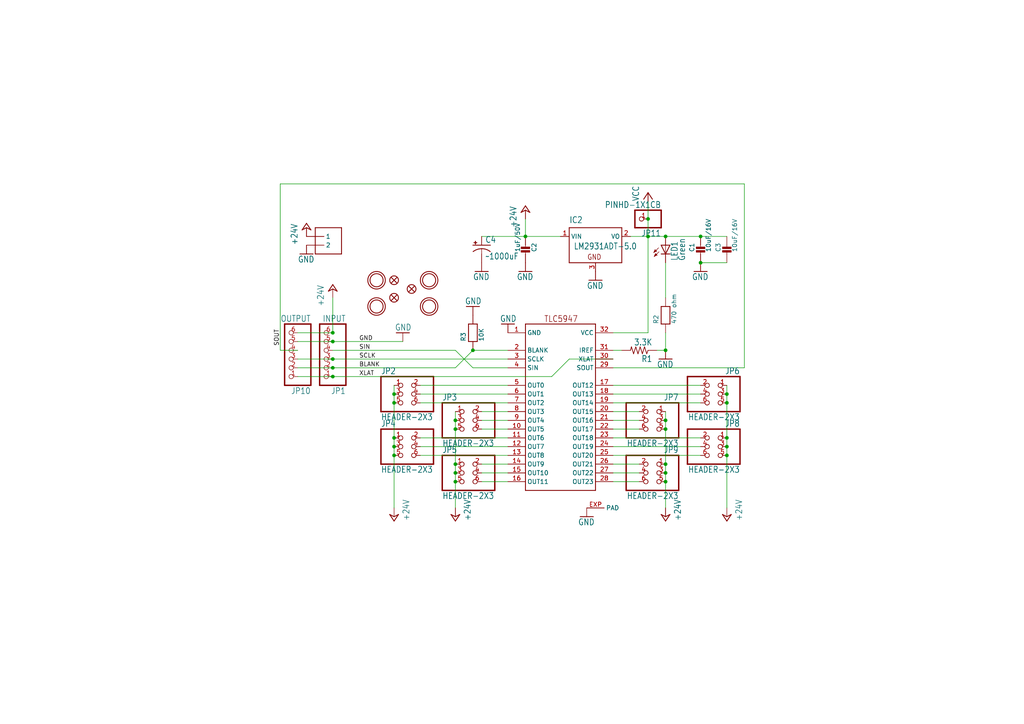
<source format=kicad_sch>
(kicad_sch (version 20211123) (generator eeschema)
  (paper "A4")
  (lib_symbols
    (symbol "eagleSchem-eagle-import:+24V" (power)
      (property "Value" "+24V" (at -2.54 -5.08 90))
      (symbol "+24V_1_0"
        (polyline (pts (xy 0 0) (xy -1.27 -0.635)) (stroke (width 0.254)))
        (polyline (pts (xy 0 1.27) (xy -1.27 -0.635)) (stroke (width 0.254)))
        (polyline (pts (xy 1.27 -0.635) (xy 0 0)) (stroke (width 0.254)))
        (polyline (pts (xy 1.27 -0.635) (xy 0 1.27)) (stroke (width 0.254)))
        (pin power_in line (at 0 -2.54 90) (length 2.54) (name "+24V") (number "1"))
      )
    )
    (symbol "eagleSchem-eagle-import:1X2-3.5MM"
      (symbol "1X2-3.5MM_1_0"
        (polyline (pts (xy -2.54 -2.54) (xy 5.08 -2.54)) (stroke (width 0.254)))
        (polyline (pts (xy -2.54 5.08) (xy -2.54 -2.54)) (stroke (width 0.254)))
        (polyline (pts (xy 5.08 -2.54) (xy 5.08 5.08)) (stroke (width 0.254)))
        (polyline (pts (xy 5.08 5.08) (xy -2.54 5.08)) (stroke (width 0.254)))
        (pin passive line (at -5.08 2.54 0) (length 5.08) (name "1") (number "1"))
        (pin passive line (at -5.08 0 0) (length 5.08) (name "2") (number "2"))
      )
    )
    (symbol "eagleSchem-eagle-import:CAP_CERAMIC0805"
      (property "Reference" "C" (at -1.79 0.54 90))
      (property "Value" "CAP_CERAMIC0805" (at 3 0.54 90))
      (symbol "CAP_CERAMIC0805_1_0"
        (rectangle (start -1.27 0.508) (end 1.27 1.016) (fill (type outline)))
        (rectangle (start -1.27 1.524) (end 1.27 2.032) (fill (type outline)))
        (polyline (pts (xy 0 0.762) (xy 0 0)) (stroke (width 0.1524)))
        (polyline (pts (xy 0 2.54) (xy 0 1.778)) (stroke (width 0.1524)))
        (pin passive line (at 0 5.08 270) (length 2.54) (name "P$1") (number "1"))
        (pin passive line (at 0 -2.54 90) (length 2.54) (name "P$2") (number "2"))
      )
    )
    (symbol "eagleSchem-eagle-import:CPOL-USE3.5-8"
      (property "Reference" "C" (at 1.016 0.635 0))
      (property "Value" "CPOL-USE3.5-8" (at 1.016 -4.191 0))
      (symbol "CPOL-USE3.5-8_1_0"
        (rectangle (start -2.253 0.668) (end -1.364 0.795) (fill (type outline)))
        (rectangle (start -1.872 0.287) (end -1.745 1.176) (fill (type outline)))
        (arc (start 0 -1.0161) (mid -1.3021 -1.2302) (end -2.4669 -1.8504) (stroke (width 0.254)))
        (polyline (pts (xy -2.54 0) (xy 2.54 0)) (stroke (width 0.254)))
        (polyline (pts (xy 0 -1.016) (xy 0 -2.54)) (stroke (width 0.1524)))
        (arc (start 2.4892 -1.8542) (mid 1.3158 -1.2195) (end 0 -1) (stroke (width 0.254)))
        (pin passive line (at 0 2.54 270) (length 2.54) (name "+") (number "+"))
        (pin passive line (at 0 -5.08 90) (length 2.54) (name "-") (number "-"))
      )
    )
    (symbol "eagleSchem-eagle-import:FIDUCIAL{dblquote}{dblquote}"
      (symbol "FIDUCIAL{dblquote}{dblquote}_1_0"
        (polyline (pts (xy -0.762 0.762) (xy 0.762 -0.762)) (stroke (width 0.254)))
        (polyline (pts (xy 0.762 0.762) (xy -0.762 -0.762)) (stroke (width 0.254)))
        (circle (center 0 0) (radius 1.27) (stroke (width 0.254)))
      )
    )
    (symbol "eagleSchem-eagle-import:FLIPFLOP-RES"
      (property "Reference" "R" (at -3.81 1.4986 0))
      (property "Value" "FLIPFLOP-RES" (at -3.81 -3.302 0))
      (symbol "FLIPFLOP-RES_1_0"
        (polyline (pts (xy -2.54 0) (xy -2.159 1.016)) (stroke (width 0.2032)))
        (polyline (pts (xy -2.159 1.016) (xy -1.524 -1.016)) (stroke (width 0.2032)))
        (polyline (pts (xy -1.524 -1.016) (xy -0.889 1.016)) (stroke (width 0.2032)))
        (polyline (pts (xy -0.889 1.016) (xy -0.254 -1.016)) (stroke (width 0.2032)))
        (polyline (pts (xy -0.254 -1.016) (xy 0.381 1.016)) (stroke (width 0.2032)))
        (polyline (pts (xy 0.381 1.016) (xy 1.016 -1.016)) (stroke (width 0.2032)))
        (polyline (pts (xy 1.016 -1.016) (xy 1.651 1.016)) (stroke (width 0.2032)))
        (polyline (pts (xy 1.651 1.016) (xy 2.286 -1.016)) (stroke (width 0.2032)))
        (polyline (pts (xy 2.286 -1.016) (xy 2.54 0)) (stroke (width 0.2032)))
        (pin passive line (at -5.08 0 0) (length 2.54) (name "1") (number "1"))
        (pin passive line (at 5.08 0 180) (length 2.54) (name "2") (number "2"))
      )
    )
    (symbol "eagleSchem-eagle-import:GND" (power)
      (property "Value" "GND" (at -2.54 -2.54 0))
      (symbol "GND_1_0"
        (polyline (pts (xy -1.905 0) (xy 1.905 0)) (stroke (width 0.254)))
        (pin power_in line (at 0 2.54 270) (length 2.54) (name "GND") (number "1"))
      )
    )
    (symbol "eagleSchem-eagle-import:HEADER-2X3"
      (property "Reference" "JP" (at -8.89 5.715 0))
      (property "Value" "HEADER-2X3" (at -8.89 -7.62 0))
      (symbol "HEADER-2X3_1_0"
        (polyline (pts (xy -8.89 -5.08) (xy 6.35 -5.08)) (stroke (width 0.4064)))
        (polyline (pts (xy -8.89 5.08) (xy -8.89 -5.08)) (stroke (width 0.4064)))
        (polyline (pts (xy 6.35 -5.08) (xy 6.35 5.08)) (stroke (width 0.4064)))
        (polyline (pts (xy 6.35 5.08) (xy -8.89 5.08)) (stroke (width 0.4064)))
        (pin passive inverted (at -5.08 2.54 0) (length 2.54) (name "1") (number "1"))
        (pin passive inverted (at 2.54 2.54 180) (length 2.54) (name "2") (number "2"))
        (pin passive inverted (at -5.08 0 0) (length 2.54) (name "3") (number "3"))
        (pin passive inverted (at 2.54 0 180) (length 2.54) (name "4") (number "4"))
        (pin passive inverted (at -5.08 -2.54 0) (length 2.54) (name "5") (number "5"))
        (pin passive inverted (at 2.54 -2.54 180) (length 2.54) (name "6") (number "6"))
      )
    )
    (symbol "eagleSchem-eagle-import:LEDCHIP-LED0805"
      (property "Reference" "LED" (at 3.556 -4.572 90))
      (property "Value" "LEDCHIP-LED0805" (at 5.715 -4.572 90))
      (symbol "LEDCHIP-LED0805_1_0"
        (polyline (pts (xy -2.032 -0.762) (xy -3.429 -2.159)) (stroke (width 0.1524)))
        (polyline (pts (xy -1.905 -1.905) (xy -3.302 -3.302)) (stroke (width 0.1524)))
        (polyline (pts (xy 0 -2.54) (xy -1.27 -2.54)) (stroke (width 0.254)))
        (polyline (pts (xy 0 -2.54) (xy -1.27 0)) (stroke (width 0.254)))
        (polyline (pts (xy 0 0) (xy -1.27 0)) (stroke (width 0.254)))
        (polyline (pts (xy 0 0) (xy 0 -2.54)) (stroke (width 0.1524)))
        (polyline (pts (xy 1.27 -2.54) (xy 0 -2.54)) (stroke (width 0.254)))
        (polyline (pts (xy 1.27 0) (xy 0 -2.54)) (stroke (width 0.254)))
        (polyline (pts (xy 1.27 0) (xy 0 0)) (stroke (width 0.254)))
        (polyline (pts (xy -3.429 -2.159) (xy -3.048 -1.27) (xy -2.54 -1.778)) (fill (type outline)))
        (polyline (pts (xy -3.302 -3.302) (xy -2.921 -2.413) (xy -2.413 -2.921)) (fill (type outline)))
        (pin passive line (at 0 2.54 270) (length 2.54) (name "A") (number "A"))
        (pin passive line (at 0 -5.08 90) (length 2.54) (name "C") (number "C"))
      )
    )
    (symbol "eagleSchem-eagle-import:LM2936?DT"
      (property "Reference" "IC" (at -7.62 6.35 0))
      (property "Value" "LM2936?DT" (at -6.35 -1.27 0))
      (symbol "LM2936?DT_1_0"
        (polyline (pts (xy -7.62 -5.08) (xy -7.62 5.08)) (stroke (width 0.254)))
        (polyline (pts (xy -7.62 5.08) (xy 7.62 5.08)) (stroke (width 0.254)))
        (polyline (pts (xy 7.62 -5.08) (xy -7.62 -5.08)) (stroke (width 0.254)))
        (polyline (pts (xy 7.62 5.08) (xy 7.62 -5.08)) (stroke (width 0.254)))
        (text "GND" (at -2.413 -4.318 0) (effects (font (size 1.524 1.2954)) (justify left bottom)))
        (pin input line (at -10.16 2.54 0) (length 2.54) (name "VIN") (number "1"))
        (pin passive line (at 10.16 2.54 180) (length 2.54) (name "VO") (number "2"))
        (pin passive line (at 0 -7.62 90) (length 2.54) (name "GND") (number "3"))
      )
    )
    (symbol "eagleSchem-eagle-import:MOUNTINGHOLE2.5"
      (symbol "MOUNTINGHOLE2.5_1_0"
        (circle (center 0 0) (radius 1.905) (stroke (width 0.254)))
        (circle (center 0 0) (radius 2.54) (stroke (width 0.254)))
      )
    )
    (symbol "eagleSchem-eagle-import:PINHD-1X1CB"
      (property "Reference" "JP" (at -6.35 3.175 0))
      (property "Value" "PINHD-1X1CB" (at -6.35 -5.08 0))
      (symbol "PINHD-1X1CB_1_0"
        (polyline (pts (xy -6.35 -2.54) (xy 1.27 -2.54)) (stroke (width 0.4064)))
        (polyline (pts (xy -6.35 2.54) (xy -6.35 -2.54)) (stroke (width 0.4064)))
        (polyline (pts (xy 1.27 -2.54) (xy 1.27 2.54)) (stroke (width 0.4064)))
        (polyline (pts (xy 1.27 2.54) (xy -6.35 2.54)) (stroke (width 0.4064)))
        (pin passive inverted (at -2.54 0 0) (length 2.54) (name "1") (number "1"))
      )
    )
    (symbol "eagleSchem-eagle-import:PINHD-1X6CB"
      (property "Reference" "JP" (at -6.35 10.795 0))
      (property "Value" "PINHD-1X6CB" (at -6.35 -10.16 0))
      (symbol "PINHD-1X6CB_1_0"
        (polyline (pts (xy -6.35 -7.62) (xy 1.27 -7.62)) (stroke (width 0.4064)))
        (polyline (pts (xy -6.35 10.16) (xy -6.35 -7.62)) (stroke (width 0.4064)))
        (polyline (pts (xy 1.27 -7.62) (xy 1.27 10.16)) (stroke (width 0.4064)))
        (polyline (pts (xy 1.27 10.16) (xy -6.35 10.16)) (stroke (width 0.4064)))
        (pin passive inverted (at -2.54 7.62 0) (length 2.54) (name "1") (number "1"))
        (pin passive inverted (at -2.54 5.08 0) (length 2.54) (name "2") (number "2"))
        (pin passive inverted (at -2.54 2.54 0) (length 2.54) (name "3") (number "3"))
        (pin passive inverted (at -2.54 0 0) (length 2.54) (name "4") (number "4"))
        (pin passive inverted (at -2.54 -2.54 0) (length 2.54) (name "5") (number "5"))
        (pin passive inverted (at -2.54 -5.08 0) (length 2.54) (name "6") (number "6"))
      )
    )
    (symbol "eagleSchem-eagle-import:RESISTOR0805"
      (property "Reference" "R" (at -2.54 2.032 0))
      (property "Value" "RESISTOR0805" (at -2.54 -3.175 0))
      (symbol "RESISTOR0805_1_0"
        (polyline (pts (xy -2.54 -1.27) (xy -2.54 1.27)) (stroke (width 0.254)))
        (polyline (pts (xy -2.54 1.27) (xy 2.54 1.27)) (stroke (width 0.254)))
        (polyline (pts (xy 2.54 -1.27) (xy -2.54 -1.27)) (stroke (width 0.254)))
        (polyline (pts (xy 2.54 1.27) (xy 2.54 -1.27)) (stroke (width 0.254)))
        (pin passive line (at -5.08 0 0) (length 2.54) (name "1") (number "1"))
        (pin passive line (at 5.08 0 180) (length 2.54) (name "2") (number "2"))
      )
    )
    (symbol "eagleSchem-eagle-import:TLC5947-DAP"
      (symbol "TLC5947-DAP_1_0"
        (polyline (pts (xy -10.16 -25.4) (xy -10.16 22.86)) (stroke (width 0.254)))
        (polyline (pts (xy -10.16 22.86) (xy 10.16 22.86)) (stroke (width 0.254)))
        (polyline (pts (xy 10.16 -25.4) (xy -10.16 -25.4)) (stroke (width 0.254)))
        (polyline (pts (xy 10.16 22.86) (xy 10.16 -25.4)) (stroke (width 0.254)))
        (text "TLC5947" (at 5.08 25.4 0) (effects (font (size 1.778 1.5113)) (justify right top)))
        (pin power_in line (at -15.24 20.32 0) (length 5.08) (name "GND") (number "1"))
        (pin open_collector line (at -15.24 -7.62 0) (length 5.08) (name "OUT5") (number "10"))
        (pin open_collector line (at -15.24 -10.16 0) (length 5.08) (name "OUT6") (number "11"))
        (pin open_collector line (at -15.24 -12.7 0) (length 5.08) (name "OUT7") (number "12"))
        (pin open_collector line (at -15.24 -15.24 0) (length 5.08) (name "OUT8") (number "13"))
        (pin open_collector line (at -15.24 -17.78 0) (length 5.08) (name "OUT9") (number "14"))
        (pin open_collector line (at -15.24 -20.32 0) (length 5.08) (name "OUT10") (number "15"))
        (pin open_collector line (at -15.24 -22.86 0) (length 5.08) (name "OUT11") (number "16"))
        (pin open_collector line (at 15.24 5.08 180) (length 5.08) (name "OUT12") (number "17"))
        (pin open_collector line (at 15.24 2.54 180) (length 5.08) (name "OUT13") (number "18"))
        (pin open_collector line (at 15.24 0 180) (length 5.08) (name "OUT14") (number "19"))
        (pin input line (at -15.24 15.24 0) (length 5.08) (name "BLANK") (number "2"))
        (pin open_collector line (at 15.24 -2.54 180) (length 5.08) (name "OUT15") (number "20"))
        (pin open_collector line (at 15.24 -5.08 180) (length 5.08) (name "OUT16") (number "21"))
        (pin open_collector line (at 15.24 -7.62 180) (length 5.08) (name "OUT17") (number "22"))
        (pin open_collector line (at 15.24 -10.16 180) (length 5.08) (name "OUT18") (number "23"))
        (pin open_collector line (at 15.24 -12.7 180) (length 5.08) (name "OUT19") (number "24"))
        (pin open_collector line (at 15.24 -15.24 180) (length 5.08) (name "OUT20") (number "25"))
        (pin open_collector line (at 15.24 -17.78 180) (length 5.08) (name "OUT21") (number "26"))
        (pin open_collector line (at 15.24 -20.32 180) (length 5.08) (name "OUT22") (number "27"))
        (pin open_collector line (at 15.24 -22.86 180) (length 5.08) (name "OUT23") (number "28"))
        (pin output line (at 15.24 10.16 180) (length 5.08) (name "SOUT") (number "29"))
        (pin input line (at -15.24 12.7 0) (length 5.08) (name "SCLK") (number "3"))
        (pin input line (at 15.24 12.7 180) (length 5.08) (name "XLAT") (number "30"))
        (pin bidirectional line (at 15.24 15.24 180) (length 5.08) (name "IREF") (number "31"))
        (pin power_in line (at 15.24 20.32 180) (length 5.08) (name "VCC") (number "32"))
        (pin input line (at -15.24 10.16 0) (length 5.08) (name "SIN") (number "4"))
        (pin open_collector line (at -15.24 5.08 0) (length 5.08) (name "OUT0") (number "5"))
        (pin open_collector line (at -15.24 2.54 0) (length 5.08) (name "OUT1") (number "6"))
        (pin open_collector line (at -15.24 0 0) (length 5.08) (name "OUT2") (number "7"))
        (pin open_collector line (at -15.24 -2.54 0) (length 5.08) (name "OUT3") (number "8"))
        (pin open_collector line (at -15.24 -5.08 0) (length 5.08) (name "OUT4") (number "9"))
      )
      (symbol "TLC5947-DAP_2_0"
        (pin passive line (at -5.08 0 0) (length 5.08) (name "PAD") (number "EXP"))
      )
    )
    (symbol "eagleSchem-eagle-import:VCC" (power)
      (property "Value" "VCC" (at -2.54 -2.54 90))
      (symbol "VCC_1_0"
        (polyline (pts (xy 0 0) (xy -1.27 -1.905)) (stroke (width 0.254)))
        (polyline (pts (xy 1.27 -1.905) (xy 0 0)) (stroke (width 0.254)))
        (pin power_in line (at 0 -2.54 90) (length 2.54) (name "VCC") (number "1"))
      )
    )
  )
  (junction (at 132.08 124.46))
  (junction (at 114.3 129.54))
  (junction (at 203.2 68.58))
  (junction (at 96.52 109.22))
  (junction (at 210.82 129.54))
  (junction (at 193.04 124.46))
  (junction (at 193.04 68.58))
  (junction (at 210.82 127))
  (junction (at 96.52 104.14))
  (junction (at 114.3 116.84))
  (junction (at 152.4 68.58))
  (junction (at 193.04 121.92))
  (junction (at 193.04 101.6))
  (junction (at 203.2 76.2))
  (junction (at 132.08 137.16))
  (junction (at 193.04 139.7))
  (junction (at 132.08 121.92))
  (junction (at 96.52 99.06))
  (junction (at 210.82 114.3))
  (junction (at 96.52 106.68))
  (junction (at 193.04 137.16))
  (junction (at 114.3 132.08))
  (junction (at 187.96 63.5))
  (junction (at 210.82 132.08))
  (junction (at 114.3 114.3))
  (junction (at 132.08 139.7))
  (junction (at 193.04 134.62))
  (junction (at 137.16 101.6))
  (junction (at 132.08 134.62))
  (junction (at 187.96 68.58))
  (junction (at 96.52 96.52))
  (junction (at 210.82 116.84))
  (junction (at 114.3 127))
  (wire (pts (xy 139.7 124.46) (xy 147.32 124.46)))
  (wire (pts (xy 132.08 137.16) (xy 132.08 139.7)))
  (wire (pts (xy 203.2 68.58) (xy 210.82 68.58)))
  (wire (pts (xy 121.92 116.84) (xy 147.32 116.84)))
  (wire (pts (xy 86.36 96.52) (xy 96.52 96.52)))
  (wire (pts (xy 139.7 119.38) (xy 147.32 119.38)))
  (wire (pts (xy 185.42 139.7) (xy 177.8 139.7)))
  (wire (pts (xy 210.82 129.54) (xy 210.82 132.08)))
  (wire (pts (xy 96.52 106.68) (xy 132.08 106.68)))
  (wire (pts (xy 210.82 132.08) (xy 210.82 147.32)))
  (wire (pts (xy 203.2 76.2) (xy 210.82 76.2)))
  (wire (pts (xy 185.42 119.38) (xy 177.8 119.38)))
  (wire (pts (xy 193.04 147.32) (xy 193.04 139.7)))
  (wire (pts (xy 86.36 101.6) (xy 81.28 101.6)))
  (wire (pts (xy 96.52 99.06) (xy 116.84 99.06)))
  (wire (pts (xy 152.4 68.58) (xy 162.56 68.58)))
  (wire (pts (xy 210.82 116.84) (xy 210.82 127)))
  (wire (pts (xy 193.04 124.46) (xy 193.04 121.92)))
  (wire (pts (xy 187.96 96.52) (xy 187.96 68.58)))
  (wire (pts (xy 139.7 121.92) (xy 147.32 121.92)))
  (wire (pts (xy 96.52 106.68) (xy 86.36 106.68)))
  (wire (pts (xy 203.2 111.76) (xy 177.8 111.76)))
  (wire (pts (xy 121.92 114.3) (xy 147.32 114.3)))
  (wire (pts (xy 210.82 127) (xy 210.82 129.54)))
  (wire (pts (xy 177.8 96.52) (xy 187.96 96.52)))
  (wire (pts (xy 96.52 104.14) (xy 86.36 104.14)))
  (wire (pts (xy 132.08 101.6) (xy 96.52 101.6)))
  (wire (pts (xy 187.96 63.5) (xy 187.96 68.58)))
  (wire (pts (xy 203.2 132.08) (xy 177.8 132.08)))
  (wire (pts (xy 139.7 137.16) (xy 147.32 137.16)))
  (wire (pts (xy 203.2 116.84) (xy 177.8 116.84)))
  (wire (pts (xy 121.92 132.08) (xy 147.32 132.08)))
  (wire (pts (xy 193.04 96.52) (xy 193.04 101.6)))
  (wire (pts (xy 137.16 106.68) (xy 132.08 101.6)))
  (wire (pts (xy 185.42 124.46) (xy 177.8 124.46)))
  (wire (pts (xy 193.04 68.58) (xy 203.2 68.58)))
  (wire (pts (xy 114.3 129.54) (xy 114.3 132.08)))
  (wire (pts (xy 114.3 111.76) (xy 114.3 114.3)))
  (wire (pts (xy 215.9 106.68) (xy 215.9 53.34)))
  (wire (pts (xy 187.96 58.42) (xy 187.96 63.5)))
  (wire (pts (xy 132.08 124.46) (xy 132.08 134.62)))
  (wire (pts (xy 203.2 129.54) (xy 177.8 129.54)))
  (wire (pts (xy 203.2 127) (xy 177.8 127)))
  (wire (pts (xy 187.96 68.58) (xy 182.88 68.58)))
  (wire (pts (xy 165.1 104.14) (xy 177.8 104.14)))
  (wire (pts (xy 81.28 53.34) (xy 81.28 101.6)))
  (wire (pts (xy 147.32 106.68) (xy 137.16 106.68)))
  (wire (pts (xy 185.42 134.62) (xy 177.8 134.62)))
  (wire (pts (xy 177.8 101.6) (xy 180.34 101.6)))
  (wire (pts (xy 96.52 86.36) (xy 96.52 96.52)))
  (wire (pts (xy 137.16 101.6) (xy 147.32 101.6)))
  (wire (pts (xy 139.7 134.62) (xy 147.32 134.62)))
  (wire (pts (xy 132.08 134.62) (xy 132.08 137.16)))
  (wire (pts (xy 132.08 119.38) (xy 132.08 121.92)))
  (wire (pts (xy 193.04 137.16) (xy 193.04 134.62)))
  (wire (pts (xy 177.8 106.68) (xy 215.9 106.68)))
  (wire (pts (xy 210.82 111.76) (xy 210.82 114.3)))
  (wire (pts (xy 152.4 63.5) (xy 152.4 68.58)))
  (wire (pts (xy 139.7 139.7) (xy 147.32 139.7)))
  (wire (pts (xy 121.92 129.54) (xy 147.32 129.54)))
  (wire (pts (xy 187.96 68.58) (xy 193.04 68.58)))
  (wire (pts (xy 215.9 53.34) (xy 81.28 53.34)))
  (wire (pts (xy 185.42 121.92) (xy 177.8 121.92)))
  (wire (pts (xy 185.42 137.16) (xy 177.8 137.16)))
  (wire (pts (xy 114.3 127) (xy 114.3 129.54)))
  (wire (pts (xy 96.52 109.22) (xy 160.02 109.22)))
  (wire (pts (xy 210.82 114.3) (xy 210.82 116.84)))
  (wire (pts (xy 114.3 116.84) (xy 114.3 127)))
  (wire (pts (xy 86.36 109.22) (xy 96.52 109.22)))
  (wire (pts (xy 193.04 101.6) (xy 190.5 101.6)))
  (wire (pts (xy 86.36 99.06) (xy 96.52 99.06)))
  (wire (pts (xy 160.02 109.22) (xy 165.1 104.14)))
  (wire (pts (xy 147.32 104.14) (xy 96.52 104.14)))
  (wire (pts (xy 121.92 127) (xy 147.32 127)))
  (wire (pts (xy 114.3 114.3) (xy 114.3 116.84)))
  (wire (pts (xy 193.04 76.2) (xy 193.04 86.36)))
  (wire (pts (xy 132.08 121.92) (xy 132.08 124.46)))
  (wire (pts (xy 193.04 134.62) (xy 193.04 124.46)))
  (wire (pts (xy 132.08 106.68) (xy 137.16 101.6)))
  (wire (pts (xy 193.04 121.92) (xy 193.04 119.38)))
  (wire (pts (xy 139.7 68.58) (xy 152.4 68.58)))
  (wire (pts (xy 114.3 132.08) (xy 114.3 147.32)))
  (wire (pts (xy 132.08 139.7) (xy 132.08 147.32)))
  (wire (pts (xy 203.2 114.3) (xy 177.8 114.3)))
  (wire (pts (xy 193.04 139.7) (xy 193.04 137.16)))
  (wire (pts (xy 121.92 111.76) (xy 147.32 111.76)))
  (label "SIN" (at 104.14 101.6 0) (effects (font (size 1.2446 1.2446))))
  (label "GND" (at 104.14 99.06 0) (effects (font (size 1.2446 1.2446))))
  (label "BLANK" (at 104.14 106.68 0) (effects (font (size 1.2446 1.2446))))
  (label "SOUT" (at 81.28 100.33 90) (effects (font (size 1.2446 1.2446))))
  (label "SCLK" (at 104.14 104.14 0) (effects (font (size 1.2446 1.2446))))
  (label "XLAT" (at 104.14 109.22 0) (effects (font (size 1.2446 1.2446))))
  (symbol (lib_id "eagleSchem-eagle-import:+24V") (at 210.82 149.86 180) (unit 1)
    (property "Reference" "#P+5" (effects hide))
    (property "Value" "+24V" (at 213.36 144.78 90) (effects (font (size 1.778 1.5113)) (justify left bottom)))
    (property "Footprint" "eagleSchem:" (effects hide))
  )
  (symbol (lib_id "eagleSchem-eagle-import:HEADER-2X3") (at 137.16 137.16 0) (unit 1)
    (property "Reference" "JP5" (at 128.27 131.445 0) (effects (font (size 1.778 1.5113)) (justify left bottom)))
    (property "Value" "HEADER-2X3" (at 128.27 144.78 0) (effects (font (size 1.778 1.5113)) (justify left bottom)))
    (property "Footprint" "eagleSchem:2X03_ROUND_70MIL" (effects hide))
  )
  (symbol (lib_id "eagleSchem-eagle-import:MOUNTINGHOLE2.5") (at 124.46 88.9 0) (unit 1)
    (property "Reference" "U$4" (effects hide))
    (property "Value" "MOUNTINGHOLE2.5" (effects hide))
    (property "Footprint" "eagleSchem:MOUNTINGHOLE_2.5_PLATED" (effects hide))
  )
  (symbol (lib_id "eagleSchem-eagle-import:MOUNTINGHOLE2.5") (at 109.22 88.9 0) (unit 1)
    (property "Reference" "U$3" (effects hide))
    (property "Value" "MOUNTINGHOLE2.5" (effects hide))
    (property "Footprint" "eagleSchem:MOUNTINGHOLE_2.5_PLATED" (effects hide))
  )
  (symbol (lib_id "eagleSchem-eagle-import:GND") (at 172.72 81.28 0) (unit 1)
    (property "Reference" "#GND3" (effects hide))
    (property "Value" "GND" (at 170.18 83.82 0) (effects (font (size 1.778 1.5113)) (justify left bottom)))
    (property "Footprint" "eagleSchem:" (effects hide))
  )
  (symbol (lib_id "eagleSchem-eagle-import:HEADER-2X3") (at 187.96 137.16 0) (mirror y) (unit 1)
    (property "Reference" "JP9" (at 196.85 131.445 0) (effects (font (size 1.778 1.5113)) (justify left bottom)))
    (property "Value" "HEADER-2X3" (at 196.85 144.78 0) (effects (font (size 1.778 1.5113)) (justify left bottom)))
    (property "Footprint" "eagleSchem:2X03_ROUND_70MIL" (effects hide))
  )
  (symbol (lib_id "eagleSchem-eagle-import:FIDUCIAL{dblquote}{dblquote}") (at 114.3 86.36 0) (unit 1)
    (property "Reference" "FID2" (effects hide))
    (property "Value" "FIDUCIAL{dblquote}{dblquote}" (effects hide))
    (property "Footprint" "eagleSchem:FIDUCIAL_1MM" (effects hide))
  )
  (symbol (lib_id "eagleSchem-eagle-import:+24V") (at 88.9 66.04 0) (unit 1)
    (property "Reference" "#P+8" (effects hide))
    (property "Value" "+24V" (at 86.36 71.12 90) (effects (font (size 1.778 1.5113)) (justify left bottom)))
    (property "Footprint" "eagleSchem:" (effects hide))
  )
  (symbol (lib_id "eagleSchem-eagle-import:HEADER-2X3") (at 205.74 114.3 0) (mirror y) (unit 1)
    (property "Reference" "JP6" (at 214.63 108.585 0) (effects (font (size 1.778 1.5113)) (justify left bottom)))
    (property "Value" "HEADER-2X3" (at 214.63 121.92 0) (effects (font (size 1.778 1.5113)) (justify left bottom)))
    (property "Footprint" "eagleSchem:2X03_ROUND_70MIL" (effects hide))
  )
  (symbol (lib_id "eagleSchem-eagle-import:CAP_CERAMIC0805") (at 203.2 73.66 0) (unit 1)
    (property "Reference" "C1" (at 201.41 73.12 90) (effects (justify left bottom)))
    (property "Value" "10uF/16V" (at 206.2 73.12 90) (effects (justify left bottom)))
    (property "Footprint" "eagleSchem:0805" (effects hide))
  )
  (symbol (lib_id "eagleSchem-eagle-import:GND") (at 170.18 149.86 0) (unit 1)
    (property "Reference" "#GND7" (effects hide))
    (property "Value" "GND" (at 167.64 152.4 0) (effects (font (size 1.778 1.5113)) (justify left bottom)))
    (property "Footprint" "eagleSchem:" (effects hide))
  )
  (symbol (lib_id "eagleSchem-eagle-import:+24V") (at 193.04 149.86 180) (unit 1)
    (property "Reference" "#P+2" (effects hide))
    (property "Value" "+24V" (at 195.58 144.78 90) (effects (font (size 1.778 1.5113)) (justify left bottom)))
    (property "Footprint" "eagleSchem:" (effects hide))
  )
  (symbol (lib_id "eagleSchem-eagle-import:FIDUCIAL{dblquote}{dblquote}") (at 114.3 81.28 0) (unit 1)
    (property "Reference" "FID1" (effects hide))
    (property "Value" "FIDUCIAL{dblquote}{dblquote}" (effects hide))
    (property "Footprint" "eagleSchem:FIDUCIAL_1MM" (effects hide))
  )
  (symbol (lib_id "eagleSchem-eagle-import:GND") (at 116.84 96.52 180) (unit 1)
    (property "Reference" "#GND10" (effects hide))
    (property "Value" "GND" (at 119.38 93.98 0) (effects (font (size 1.778 1.5113)) (justify left bottom)))
    (property "Footprint" "eagleSchem:" (effects hide))
  )
  (symbol (lib_id "eagleSchem-eagle-import:HEADER-2X3") (at 137.16 121.92 0) (unit 1)
    (property "Reference" "JP3" (at 128.27 116.205 0) (effects (font (size 1.778 1.5113)) (justify left bottom)))
    (property "Value" "HEADER-2X3" (at 128.27 129.54 0) (effects (font (size 1.778 1.5113)) (justify left bottom)))
    (property "Footprint" "eagleSchem:2X03_ROUND_70MIL" (effects hide))
  )
  (symbol (lib_id "eagleSchem-eagle-import:HEADER-2X3") (at 205.74 129.54 0) (mirror y) (unit 1)
    (property "Reference" "JP8" (at 214.63 123.825 0) (effects (font (size 1.778 1.5113)) (justify left bottom)))
    (property "Value" "HEADER-2X3" (at 214.63 137.16 0) (effects (font (size 1.778 1.5113)) (justify left bottom)))
    (property "Footprint" "eagleSchem:2X03_ROUND_70MIL" (effects hide))
  )
  (symbol (lib_id "eagleSchem-eagle-import:GND") (at 152.4 78.74 0) (unit 1)
    (property "Reference" "#GND4" (effects hide))
    (property "Value" "GND" (at 149.86 81.28 0) (effects (font (size 1.778 1.5113)) (justify left bottom)))
    (property "Footprint" "eagleSchem:" (effects hide))
  )
  (symbol (lib_id "eagleSchem-eagle-import:GND") (at 147.32 93.98 180) (unit 1)
    (property "Reference" "#GND2" (effects hide))
    (property "Value" "GND" (at 149.86 91.44 0) (effects (font (size 1.778 1.5113)) (justify left bottom)))
    (property "Footprint" "eagleSchem:" (effects hide))
  )
  (symbol (lib_id "eagleSchem-eagle-import:LEDCHIP-LED0805") (at 193.04 71.12 0) (unit 1)
    (property "Reference" "LED1" (at 196.596 75.692 90) (effects (font (size 1.778 1.5113)) (justify left bottom)))
    (property "Value" "Green" (at 198.755 75.692 90) (effects (font (size 1.778 1.5113)) (justify left bottom)))
    (property "Footprint" "eagleSchem:CHIP-LED0805" (effects hide))
  )
  (symbol (lib_id "eagleSchem-eagle-import:GND") (at 139.7 78.74 0) (unit 1)
    (property "Reference" "#GND6" (effects hide))
    (property "Value" "GND" (at 137.16 81.28 0) (effects (font (size 1.778 1.5113)) (justify left bottom)))
    (property "Footprint" "eagleSchem:" (effects hide))
  )
  (symbol (lib_id "eagleSchem-eagle-import:TLC5947-DAP") (at 162.56 116.84 0) (unit 1)
    (property "Reference" "IC1" (effects hide))
    (property "Value" "TLC5947-DAP" (effects hide))
    (property "Footprint" "eagleSchem:HTSSOP32DAP" (effects hide))
  )
  (symbol (lib_id "eagleSchem-eagle-import:HEADER-2X3") (at 187.96 121.92 0) (mirror y) (unit 1)
    (property "Reference" "JP7" (at 196.85 116.205 0) (effects (font (size 1.778 1.5113)) (justify left bottom)))
    (property "Value" "HEADER-2X3" (at 196.85 129.54 0) (effects (font (size 1.778 1.5113)) (justify left bottom)))
    (property "Footprint" "eagleSchem:2X03_ROUND_70MIL" (effects hide))
  )
  (symbol (lib_id "eagleSchem-eagle-import:RESISTOR0805") (at 137.16 96.52 90) (unit 1)
    (property "Reference" "R3" (at 135.128 99.06 0) (effects (justify left bottom)))
    (property "Value" "10K" (at 140.335 99.06 0) (effects (justify left bottom)))
    (property "Footprint" "eagleSchem:0805" (effects hide))
  )
  (symbol (lib_id "eagleSchem-eagle-import:TLC5947-DAP") (at 175.26 147.32 0) (unit 2)
    (property "Reference" "IC1" (effects hide))
    (property "Value" "TLC5947-DAP" (effects hide))
    (property "Footprint" "eagleSchem:HTSSOP32DAP" (effects hide))
  )
  (symbol (lib_id "eagleSchem-eagle-import:GND") (at 88.9 73.66 0) (unit 1)
    (property "Reference" "#GND9" (effects hide))
    (property "Value" "GND" (at 86.36 76.2 0) (effects (font (size 1.778 1.5113)) (justify left bottom)))
    (property "Footprint" "eagleSchem:" (effects hide))
  )
  (symbol (lib_id "eagleSchem-eagle-import:FIDUCIAL{dblquote}{dblquote}") (at 119.38 83.82 0) (unit 1)
    (property "Reference" "FID3" (effects hide))
    (property "Value" "FIDUCIAL{dblquote}{dblquote}" (effects hide))
    (property "Footprint" "eagleSchem:FIDUCIAL_1MM" (effects hide))
  )
  (symbol (lib_id "eagleSchem-eagle-import:FLIPFLOP-RES") (at 185.42 101.6 180) (unit 1)
    (property "Reference" "R1" (at 189.23 103.0986 0) (effects (font (size 1.778 1.5113)) (justify left bottom)))
    (property "Value" "3.3K" (at 189.23 98.298 0) (effects (font (size 1.778 1.5113)) (justify left bottom)))
    (property "Footprint" "eagleSchem:0805-THM" (effects hide))
  )
  (symbol (lib_id "eagleSchem-eagle-import:HEADER-2X3") (at 119.38 114.3 0) (unit 1)
    (property "Reference" "JP2" (at 110.49 108.585 0) (effects (font (size 1.778 1.5113)) (justify left bottom)))
    (property "Value" "HEADER-2X3" (at 110.49 121.92 0) (effects (font (size 1.778 1.5113)) (justify left bottom)))
    (property "Footprint" "eagleSchem:2X03_ROUND_70MIL" (effects hide))
  )
  (symbol (lib_id "eagleSchem-eagle-import:GND") (at 203.2 78.74 0) (unit 1)
    (property "Reference" "#GND5" (effects hide))
    (property "Value" "GND" (at 200.66 81.28 0) (effects (font (size 1.778 1.5113)) (justify left bottom)))
    (property "Footprint" "eagleSchem:" (effects hide))
  )
  (symbol (lib_id "eagleSchem-eagle-import:1X2-3.5MM") (at 93.98 71.12 0) (unit 1)
    (property "Reference" "J1" (effects hide))
    (property "Value" "1X2-3.5MM" (effects hide))
    (property "Footprint" "eagleSchem:1X2-3.5MM" (effects hide))
  )
  (symbol (lib_id "eagleSchem-eagle-import:CAP_CERAMIC0805") (at 152.4 73.66 0) (mirror y) (unit 1)
    (property "Reference" "C2" (at 154.19 73.12 90) (effects (justify left bottom)))
    (property "Value" "1uF/50V" (at 149.4 73.12 90) (effects (justify left bottom)))
    (property "Footprint" "eagleSchem:0805" (effects hide))
  )
  (symbol (lib_id "eagleSchem-eagle-import:GND") (at 137.16 88.9 180) (unit 1)
    (property "Reference" "#GND8" (effects hide))
    (property "Value" "GND" (at 139.7 86.36 0) (effects (font (size 1.778 1.5113)) (justify left bottom)))
    (property "Footprint" "eagleSchem:" (effects hide))
  )
  (symbol (lib_id "eagleSchem-eagle-import:HEADER-2X3") (at 119.38 129.54 0) (unit 1)
    (property "Reference" "JP4" (at 110.49 123.825 0) (effects (font (size 1.778 1.5113)) (justify left bottom)))
    (property "Value" "HEADER-2X3" (at 110.49 137.16 0) (effects (font (size 1.778 1.5113)) (justify left bottom)))
    (property "Footprint" "eagleSchem:2X03_ROUND_70MIL" (effects hide))
  )
  (symbol (lib_id "eagleSchem-eagle-import:MOUNTINGHOLE2.5") (at 124.46 81.28 0) (unit 1)
    (property "Reference" "U$2" (effects hide))
    (property "Value" "MOUNTINGHOLE2.5" (effects hide))
    (property "Footprint" "eagleSchem:MOUNTINGHOLE_2.5_PLATED" (effects hide))
  )
  (symbol (lib_id "eagleSchem-eagle-import:MOUNTINGHOLE2.5") (at 109.22 81.28 0) (unit 1)
    (property "Reference" "U$1" (effects hide))
    (property "Value" "MOUNTINGHOLE2.5" (effects hide))
    (property "Footprint" "eagleSchem:MOUNTINGHOLE_2.5_PLATED" (effects hide))
  )
  (symbol (lib_id "eagleSchem-eagle-import:+24V") (at 96.52 83.82 0) (unit 1)
    (property "Reference" "#P+6" (effects hide))
    (property "Value" "+24V" (at 93.98 88.9 90) (effects (font (size 1.778 1.5113)) (justify left bottom)))
    (property "Footprint" "eagleSchem:" (effects hide))
  )
  (symbol (lib_id "eagleSchem-eagle-import:CAP_CERAMIC0805") (at 210.82 73.66 0) (unit 1)
    (property "Reference" "C3" (at 209.03 73.12 90) (effects (justify left bottom)))
    (property "Value" "10uF/16V" (at 213.82 73.12 90) (effects (justify left bottom)))
    (property "Footprint" "eagleSchem:0805" (effects hide))
  )
  (symbol (lib_id "eagleSchem-eagle-import:+24V") (at 152.4 60.96 0) (unit 1)
    (property "Reference" "#P+7" (effects hide))
    (property "Value" "+24V" (at 149.86 66.04 90) (effects (font (size 1.778 1.5113)) (justify left bottom)))
    (property "Footprint" "eagleSchem:" (effects hide))
  )
  (symbol (lib_id "eagleSchem-eagle-import:RESISTOR0805") (at 193.04 91.44 90) (unit 1)
    (property "Reference" "R2" (at 191.008 93.98 0) (effects (justify left bottom)))
    (property "Value" "470 ohm" (at 196.215 93.98 0) (effects (justify left bottom)))
    (property "Footprint" "eagleSchem:0805" (effects hide))
  )
  (symbol (lib_id "eagleSchem-eagle-import:+24V") (at 114.3 149.86 180) (unit 1)
    (property "Reference" "#P+4" (effects hide))
    (property "Value" "+24V" (at 116.84 144.78 90) (effects (font (size 1.778 1.5113)) (justify left bottom)))
    (property "Footprint" "eagleSchem:" (effects hide))
  )
  (symbol (lib_id "eagleSchem-eagle-import:PINHD-1X6CB") (at 93.98 101.6 180) (unit 1)
    (property "Reference" "JP1" (at 100.33 112.395 0) (effects (font (size 1.778 1.5113)) (justify left bottom)))
    (property "Value" "INPUT" (at 100.33 91.44 0) (effects (font (size 1.778 1.5113)) (justify left bottom)))
    (property "Footprint" "eagleSchem:1X06-CLEANBIG" (effects hide))
  )
  (symbol (lib_id "eagleSchem-eagle-import:CPOL-USE3.5-8") (at 139.7 71.12 0) (unit 1)
    (property "Reference" "C4" (at 140.716 70.485 0) (effects (font (size 1.778 1.5113)) (justify left bottom)))
    (property "Value" "~1000uF" (at 140.716 75.311 0) (effects (font (size 1.778 1.5113)) (justify left bottom)))
    (property "Footprint" "eagleSchem:E3,5-8" (effects hide))
  )
  (symbol (lib_id "eagleSchem-eagle-import:+24V") (at 132.08 149.86 180) (unit 1)
    (property "Reference" "#P+3" (effects hide))
    (property "Value" "+24V" (at 134.62 144.78 90) (effects (font (size 1.778 1.5113)) (justify left bottom)))
    (property "Footprint" "eagleSchem:" (effects hide))
  )
  (symbol (lib_id "eagleSchem-eagle-import:LM2936?DT") (at 172.72 71.12 0) (unit 1)
    (property "Reference" "IC2" (at 165.1 64.77 0) (effects (font (size 1.778 1.5113)) (justify left bottom)))
    (property "Value" "LM2931ADT-5.0" (at 166.37 72.39 0) (effects (font (size 1.778 1.5113)) (justify left bottom)))
    (property "Footprint" "eagleSchem:TO252" (effects hide))
  )
  (symbol (lib_id "eagleSchem-eagle-import:PINHD-1X1CB") (at 185.42 63.5 180) (unit 1)
    (property "Reference" "JP11" (at 191.77 66.675 0) (effects (font (size 1.778 1.5113)) (justify left bottom)))
    (property "Value" "PINHD-1X1CB" (at 191.77 58.42 0) (effects (font (size 1.778 1.5113)) (justify left bottom)))
    (property "Footprint" "eagleSchem:1X01-CLEANBIG" (effects hide))
  )
  (symbol (lib_id "eagleSchem-eagle-import:PINHD-1X6CB") (at 83.82 101.6 180) (unit 1)
    (property "Reference" "JP10" (at 90.17 112.395 0) (effects (font (size 1.778 1.5113)) (justify left bottom)))
    (property "Value" "OUTPUT" (at 90.17 91.44 0) (effects (font (size 1.778 1.5113)) (justify left bottom)))
    (property "Footprint" "eagleSchem:1X06-CLEANBIG" (effects hide))
  )
  (symbol (lib_id "eagleSchem-eagle-import:GND") (at 193.04 104.14 0) (unit 1)
    (property "Reference" "#GND1" (effects hide))
    (property "Value" "GND" (at 190.5 106.68 0) (effects (font (size 1.778 1.5113)) (justify left bottom)))
    (property "Footprint" "eagleSchem:" (effects hide))
  )
  (symbol (lib_id "eagleSchem-eagle-import:VCC") (at 187.96 55.88 0) (unit 1)
    (property "Reference" "#P+1" (effects hide))
    (property "Value" "VCC" (at 185.42 58.42 90) (effects (font (size 1.778 1.5113)) (justify left bottom)))
    (property "Footprint" "eagleSchem:" (effects hide))
  )
)
</source>
